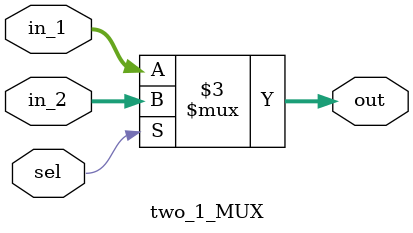
<source format=v>
`timescale 1ns / 1ps


module two_1_MUX(
input [8:0] in_1,
input [8:0] in_2,
input sel,
output reg [8:0] out
);

always@(*) begin
    if(sel)
        out = in_2;
    else
        out = in_1;
end


endmodule

</source>
